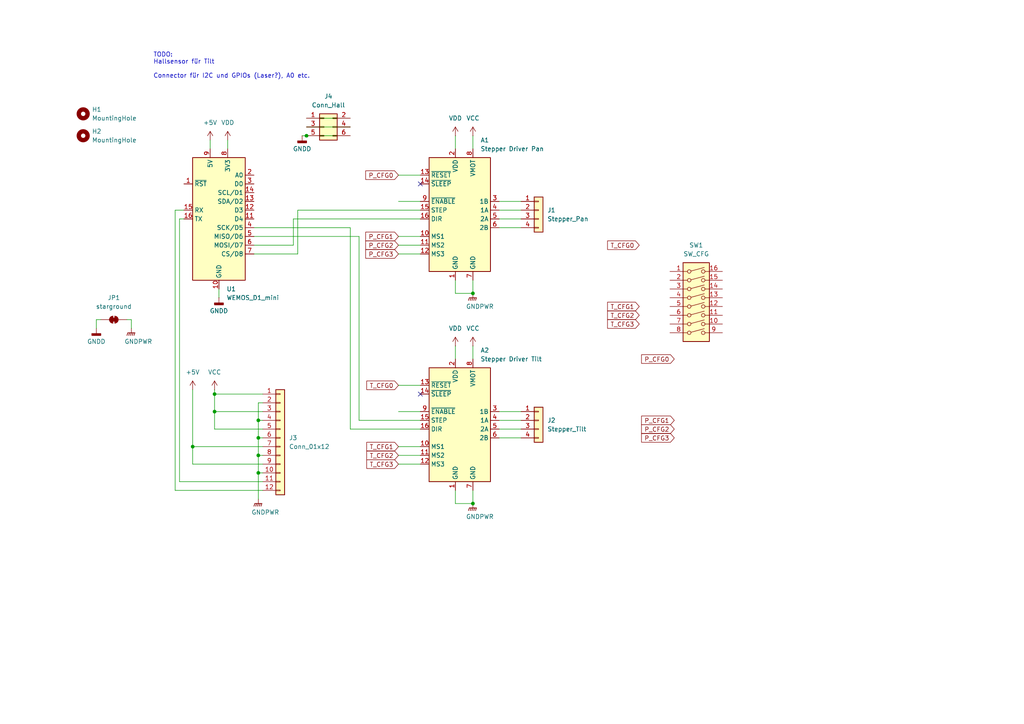
<source format=kicad_sch>
(kicad_sch (version 20231120) (generator "eeschema") (generator_version "8.0")
  (paper "A4")
  (lib_symbols
    (symbol "Connector_Generic:Conn_01x04" (pin_names (offset 1.016) hide)
      (property "Reference" "J" (at 0 5.08 0))
      (property "Value" "Conn_01x04" (at 0 -7.62 0))
      (symbol "Conn_01x04_1_1"
        (rectangle (start -1.27 -4.953) (end 0 -5.207) (stroke (width 0.1524)))
        (rectangle (start -1.27 -2.413) (end 0 -2.667) (stroke (width 0.1524)))
        (rectangle (start -1.27 0.127) (end 0 -0.127) (stroke (width 0.1524)))
        (rectangle (start -1.27 2.667) (end 0 2.413) (stroke (width 0.1524)))
        (rectangle (start -1.27 3.81) (end 1.27 -6.35) (stroke (width 0.254)) (fill (type background)))
        (pin passive line (at -5.08 2.54 0) (length 3.81) (name "Pin_1") (number "1"))
        (pin passive line (at -5.08 0 0) (length 3.81) (name "Pin_2") (number "2"))
        (pin passive line (at -5.08 -2.54 0) (length 3.81) (name "Pin_3") (number "3"))
        (pin passive line (at -5.08 -5.08 0) (length 3.81) (name "Pin_4") (number "4"))
      )
    )
    (symbol "Connector_Generic:Conn_01x12" (pin_names (offset 1.016) hide)
      (property "Reference" "J" (at 0 15.24 0))
      (property "Value" "Conn_01x12" (at 0 -17.78 0))
      (symbol "Conn_01x12_1_1"
        (rectangle (start -1.27 -15.113) (end 0 -15.367) (stroke (width 0.1524)))
        (rectangle (start -1.27 -12.573) (end 0 -12.827) (stroke (width 0.1524)))
        (rectangle (start -1.27 -10.033) (end 0 -10.287) (stroke (width 0.1524)))
        (rectangle (start -1.27 -7.493) (end 0 -7.747) (stroke (width 0.1524)))
        (rectangle (start -1.27 -4.953) (end 0 -5.207) (stroke (width 0.1524)))
        (rectangle (start -1.27 -2.413) (end 0 -2.667) (stroke (width 0.1524)))
        (rectangle (start -1.27 0.127) (end 0 -0.127) (stroke (width 0.1524)))
        (rectangle (start -1.27 2.667) (end 0 2.413) (stroke (width 0.1524)))
        (rectangle (start -1.27 5.207) (end 0 4.953) (stroke (width 0.1524)))
        (rectangle (start -1.27 7.747) (end 0 7.493) (stroke (width 0.1524)))
        (rectangle (start -1.27 10.287) (end 0 10.033) (stroke (width 0.1524)))
        (rectangle (start -1.27 12.827) (end 0 12.573) (stroke (width 0.1524)))
        (rectangle (start -1.27 13.97) (end 1.27 -16.51) (stroke (width 0.254)) (fill (type background)))
        (pin passive line (at -5.08 12.7 0) (length 3.81) (name "Pin_1") (number "1"))
        (pin passive line (at -5.08 -10.16 0) (length 3.81) (name "Pin_10") (number "10"))
        (pin passive line (at -5.08 -12.7 0) (length 3.81) (name "Pin_11") (number "11"))
        (pin passive line (at -5.08 -15.24 0) (length 3.81) (name "Pin_12") (number "12"))
        (pin passive line (at -5.08 10.16 0) (length 3.81) (name "Pin_2") (number "2"))
        (pin passive line (at -5.08 7.62 0) (length 3.81) (name "Pin_3") (number "3"))
        (pin passive line (at -5.08 5.08 0) (length 3.81) (name "Pin_4") (number "4"))
        (pin passive line (at -5.08 2.54 0) (length 3.81) (name "Pin_5") (number "5"))
        (pin passive line (at -5.08 0 0) (length 3.81) (name "Pin_6") (number "6"))
        (pin passive line (at -5.08 -2.54 0) (length 3.81) (name "Pin_7") (number "7"))
        (pin passive line (at -5.08 -5.08 0) (length 3.81) (name "Pin_8") (number "8"))
        (pin passive line (at -5.08 -7.62 0) (length 3.81) (name "Pin_9") (number "9"))
      )
    )
    (symbol "Connector_Generic:Conn_02x03_Odd_Even" (pin_names (offset 1.016) hide)
      (property "Reference" "J" (at 1.27 5.08 0))
      (property "Value" "Conn_02x03_Odd_Even" (at 1.27 -5.08 0))
      (symbol "Conn_02x03_Odd_Even_1_1"
        (rectangle (start -1.27 -2.413) (end 0 -2.667) (stroke (width 0.1524)))
        (rectangle (start -1.27 0.127) (end 0 -0.127) (stroke (width 0.1524)))
        (rectangle (start -1.27 2.667) (end 0 2.413) (stroke (width 0.1524)))
        (rectangle (start -1.27 3.81) (end 3.81 -3.81) (stroke (width 0.254)) (fill (type background)))
        (rectangle (start 3.81 -2.413) (end 2.54 -2.667) (stroke (width 0.1524)))
        (rectangle (start 3.81 0.127) (end 2.54 -0.127) (stroke (width 0.1524)))
        (rectangle (start 3.81 2.667) (end 2.54 2.413) (stroke (width 0.1524)))
        (pin passive line (at -5.08 2.54 0) (length 3.81) (name "Pin_1") (number "1"))
        (pin passive line (at 7.62 2.54 180) (length 3.81) (name "Pin_2") (number "2"))
        (pin passive line (at -5.08 0 0) (length 3.81) (name "Pin_3") (number "3"))
        (pin passive line (at 7.62 0 180) (length 3.81) (name "Pin_4") (number "4"))
        (pin passive line (at -5.08 -2.54 0) (length 3.81) (name "Pin_5") (number "5"))
        (pin passive line (at 7.62 -2.54 180) (length 3.81) (name "Pin_6") (number "6"))
      )
    )
    (symbol "Driver_Motor:Pololu_Breakout_A4988"
      (property "Reference" "A" (at -2.54 19.05 0))
      (property "Value" "Pololu_Breakout_A4988" (at -2.54 16.51 0))
      (symbol "Pololu_Breakout_A4988_0_1"
        (rectangle (start 10.16 -17.78) (end -7.62 15.24) (stroke (width 0.254)) (fill (type background)))
      )
      (symbol "Pololu_Breakout_A4988_1_1"
        (pin power_in line (at 0 -20.32 90) (length 2.54) (name "GND") (number "1"))
        (pin input line (at -10.16 -7.62 0) (length 2.54) (name "MS1") (number "10"))
        (pin input line (at -10.16 -10.16 0) (length 2.54) (name "MS2") (number "11"))
        (pin input line (at -10.16 -12.7 0) (length 2.54) (name "MS3") (number "12"))
        (pin input line (at -10.16 10.16 0) (length 2.54) (name "~{RESET}") (number "13"))
        (pin input line (at -10.16 7.62 0) (length 2.54) (name "~{SLEEP}") (number "14"))
        (pin input line (at -10.16 0 0) (length 2.54) (name "STEP") (number "15"))
        (pin input line (at -10.16 -2.54 0) (length 2.54) (name "DIR") (number "16"))
        (pin power_in line (at 0 17.78 270) (length 2.54) (name "VDD") (number "2"))
        (pin output line (at 12.7 2.54 180) (length 2.54) (name "1B") (number "3"))
        (pin output line (at 12.7 0 180) (length 2.54) (name "1A") (number "4"))
        (pin output line (at 12.7 -2.54 180) (length 2.54) (name "2A") (number "5"))
        (pin output line (at 12.7 -5.08 180) (length 2.54) (name "2B") (number "6"))
        (pin power_in line (at 5.08 -20.32 90) (length 2.54) (name "GND") (number "7"))
        (pin power_in line (at 5.08 17.78 270) (length 2.54) (name "VMOT") (number "8"))
        (pin input line (at -10.16 2.54 0) (length 2.54) (name "~{ENABLE}") (number "9"))
      )
    )
    (symbol "Jumper:SolderJumper_2_Bridged" (pin_numbers hide) (pin_names (offset 0) hide) (exclude_from_sim yes) (in_bom no)
      (property "Reference" "JP" (at 0 2.032 0))
      (property "Value" "SolderJumper_2_Bridged" (at 0 -2.54 0))
      (symbol "SolderJumper_2_Bridged_0_1"
        (rectangle (start -0.508 0.508) (end 0.508 -0.508) (fill (type outline)))
        (arc (start -0.254 1.016) (mid -1.2656 0) (end -0.254 -1.016))
        (arc (start -0.254 1.016) (mid -1.2656 0) (end -0.254 -1.016) (fill (type outline)))
        (polyline (pts (xy -0.254 1.016) (xy -0.254 -1.016)))
        (polyline (pts (xy 0.254 1.016) (xy 0.254 -1.016)))
        (arc (start 0.254 -1.016) (mid 1.2656 0) (end 0.254 1.016))
        (arc (start 0.254 -1.016) (mid 1.2656 0) (end 0.254 1.016) (fill (type outline)))
      )
      (symbol "SolderJumper_2_Bridged_1_1"
        (pin passive line (at -3.81 0 0) (length 2.54) (name "A") (number "1"))
        (pin passive line (at 3.81 0 180) (length 2.54) (name "B") (number "2"))
      )
    )
    (symbol "Mechanical:MountingHole" (pin_names (offset 1.016)) (exclude_from_sim yes) (in_bom no)
      (property "Reference" "H" (at 0 5.08 0))
      (property "Value" "MountingHole" (at 0 3.175 0))
      (symbol "MountingHole_0_1"
        (circle (center 0 0) (radius 1.27) (stroke (width 1.27)))
      )
    )
    (symbol "RF_Module:WEMOS_D1_mini"
      (property "Reference" "U" (at 3.81 19.05 0))
      (property "Value" "WEMOS_D1_mini" (at 1.27 -19.05 0))
      (symbol "WEMOS_D1_mini_1_1"
        (rectangle (start -7.62 17.78) (end 7.62 -17.78) (stroke (width 0.254)) (fill (type background)))
        (pin input line (at -10.16 10.16 0) (length 2.54) (name "~{RST}") (number "1"))
        (pin power_in line (at 0 -20.32 90) (length 2.54) (name "GND") (number "10"))
        (pin bidirectional line (at 10.16 0 180) (length 2.54) (name "D4") (number "11"))
        (pin bidirectional line (at 10.16 2.54 180) (length 2.54) (name "D3") (number "12"))
        (pin bidirectional line (at 10.16 5.08 180) (length 2.54) (name "SDA/D2") (number "13"))
        (pin bidirectional line (at 10.16 7.62 180) (length 2.54) (name "SCL/D1") (number "14"))
        (pin input line (at -10.16 2.54 0) (length 2.54) (name "RX") (number "15"))
        (pin output line (at -10.16 0 0) (length 2.54) (name "TX") (number "16"))
        (pin input line (at 10.16 12.7 180) (length 2.54) (name "A0") (number "2"))
        (pin bidirectional line (at 10.16 10.16 180) (length 2.54) (name "D0") (number "3"))
        (pin bidirectional line (at 10.16 -2.54 180) (length 2.54) (name "SCK/D5") (number "4"))
        (pin bidirectional line (at 10.16 -5.08 180) (length 2.54) (name "MISO/D6") (number "5"))
        (pin bidirectional line (at 10.16 -7.62 180) (length 2.54) (name "MOSI/D7") (number "6"))
        (pin bidirectional line (at 10.16 -10.16 180) (length 2.54) (name "CS/D8") (number "7"))
        (pin power_out line (at 2.54 20.32 270) (length 2.54) (name "3V3") (number "8"))
        (pin power_in line (at -2.54 20.32 270) (length 2.54) (name "5V") (number "9"))
      )
    )
    (symbol "Switch:SW_DIP_x08" (pin_names (offset 0) hide)
      (property "Reference" "SW" (at 0 13.97 0))
      (property "Value" "SW_DIP_x08" (at 0 -11.43 0))
      (symbol "SW_DIP_x08_0_0"
        (circle (center -2.032 -7.62) (radius 0.508))
        (circle (center -2.032 -5.08) (radius 0.508))
        (circle (center -2.032 -2.54) (radius 0.508))
        (circle (center -2.032 0) (radius 0.508))
        (circle (center -2.032 2.54) (radius 0.508))
        (circle (center -2.032 5.08) (radius 0.508))
        (circle (center -2.032 7.62) (radius 0.508))
        (circle (center -2.032 10.16) (radius 0.508))
        (polyline (pts (xy -1.524 -7.4676) (xy 2.3622 -6.4262)))
        (polyline (pts (xy -1.524 -4.9276) (xy 2.3622 -3.8862)))
        (polyline (pts (xy -1.524 -2.3876) (xy 2.3622 -1.3462)))
        (polyline (pts (xy -1.524 0.127) (xy 2.3622 1.1684)))
        (polyline (pts (xy -1.524 2.667) (xy 2.3622 3.7084)))
        (polyline (pts (xy -1.524 5.207) (xy 2.3622 6.2484)))
        (polyline (pts (xy -1.524 7.747) (xy 2.3622 8.7884)))
        (polyline (pts (xy -1.524 10.287) (xy 2.3622 11.3284)))
        (circle (center 2.032 -7.62) (radius 0.508))
        (circle (center 2.032 -5.08) (radius 0.508))
        (circle (center 2.032 -2.54) (radius 0.508))
        (circle (center 2.032 0) (radius 0.508))
        (circle (center 2.032 2.54) (radius 0.508))
        (circle (center 2.032 5.08) (radius 0.508))
        (circle (center 2.032 7.62) (radius 0.508))
        (circle (center 2.032 10.16) (radius 0.508))
      )
      (symbol "SW_DIP_x08_0_1"
        (rectangle (start -3.81 12.7) (end 3.81 -10.16) (stroke (width 0.254)) (fill (type background)))
      )
      (symbol "SW_DIP_x08_1_1"
        (pin passive line (at -7.62 10.16 0) (length 5.08) (name "~") (number "1"))
        (pin passive line (at 7.62 -5.08 180) (length 5.08) (name "~") (number "10"))
        (pin passive line (at 7.62 -2.54 180) (length 5.08) (name "~") (number "11"))
        (pin passive line (at 7.62 0 180) (length 5.08) (name "~") (number "12"))
        (pin passive line (at 7.62 2.54 180) (length 5.08) (name "~") (number "13"))
        (pin passive line (at 7.62 5.08 180) (length 5.08) (name "~") (number "14"))
        (pin passive line (at 7.62 7.62 180) (length 5.08) (name "~") (number "15"))
        (pin passive line (at 7.62 10.16 180) (length 5.08) (name "~") (number "16"))
        (pin passive line (at -7.62 7.62 0) (length 5.08) (name "~") (number "2"))
        (pin passive line (at -7.62 5.08 0) (length 5.08) (name "~") (number "3"))
        (pin passive line (at -7.62 2.54 0) (length 5.08) (name "~") (number "4"))
        (pin passive line (at -7.62 0 0) (length 5.08) (name "~") (number "5"))
        (pin passive line (at -7.62 -2.54 0) (length 5.08) (name "~") (number "6"))
        (pin passive line (at -7.62 -5.08 0) (length 5.08) (name "~") (number "7"))
        (pin passive line (at -7.62 -7.62 0) (length 5.08) (name "~") (number "8"))
        (pin passive line (at 7.62 -7.62 180) (length 5.08) (name "~") (number "9"))
      )
    )
    (symbol "power:+5V" (power) (pin_numbers hide) (pin_names (offset 0) hide)
      (property "Value" "+5V" (at 0 3.556 0))
      (symbol "+5V_0_1"
        (polyline (pts (xy -0.762 1.27) (xy 0 2.54)))
        (polyline (pts (xy 0 0) (xy 0 2.54)))
        (polyline (pts (xy 0 2.54) (xy 0.762 1.27)))
      )
      (symbol "+5V_1_1"
        (pin power_in line (at 0 0 90) (length 0) (name "~") (number "1"))
      )
    )
    (symbol "power:GNDD" (power) (pin_numbers hide) (pin_names (offset 0) hide)
      (property "Value" "GNDD" (at 0 -3.175 0))
      (symbol "GNDD_0_1"
        (rectangle (start -1.27 -1.524) (end 1.27 -2.032) (stroke (width 0.254)) (fill (type outline)))
        (polyline (pts (xy 0 0) (xy 0 -1.524)))
      )
      (symbol "GNDD_1_1"
        (pin power_in line (at 0 0 270) (length 0) (name "~") (number "1"))
      )
    )
    (symbol "power:GNDPWR" (power) (pin_numbers hide) (pin_names (offset 0) hide)
      (property "Value" "GNDPWR" (at 0 -3.302 0))
      (symbol "GNDPWR_0_1"
        (polyline (pts (xy 0 -1.27) (xy 0 0)))
        (polyline (pts (xy -1.016 -1.27) (xy -1.27 -2.032) (xy -1.27 -2.032)) (stroke (width 0.2032)))
        (polyline (pts (xy -0.508 -1.27) (xy -0.762 -2.032) (xy -0.762 -2.032)) (stroke (width 0.2032)))
        (polyline (pts (xy 0 -1.27) (xy -0.254 -2.032) (xy -0.254 -2.032)) (stroke (width 0.2032)))
        (polyline (pts (xy 0.508 -1.27) (xy 0.254 -2.032) (xy 0.254 -2.032)) (stroke (width 0.2032)))
        (polyline (pts (xy 1.016 -1.27) (xy -1.016 -1.27) (xy -1.016 -1.27)) (stroke (width 0.2032)))
        (polyline (pts (xy 1.016 -1.27) (xy 0.762 -2.032) (xy 0.762 -2.032) (xy 0.762 -2.032)) (stroke (width 0.2032)))
      )
      (symbol "GNDPWR_1_1"
        (pin power_in line (at 0 0 270) (length 0) (name "~") (number "1"))
      )
    )
    (symbol "power:VCC" (power) (pin_numbers hide) (pin_names (offset 0) hide)
      (property "Value" "VCC" (at 0 3.556 0))
      (symbol "VCC_0_1"
        (polyline (pts (xy -0.762 1.27) (xy 0 2.54)))
        (polyline (pts (xy 0 0) (xy 0 2.54)))
        (polyline (pts (xy 0 2.54) (xy 0.762 1.27)))
      )
      (symbol "VCC_1_1"
        (pin power_in line (at 0 0 90) (length 0) (name "~") (number "1"))
      )
    )
    (symbol "power:VDD" (power) (pin_numbers hide) (pin_names (offset 0) hide)
      (property "Value" "VDD" (at 0 3.556 0))
      (symbol "VDD_0_1"
        (polyline (pts (xy -0.762 1.27) (xy 0 2.54)))
        (polyline (pts (xy 0 0) (xy 0 2.54)))
        (polyline (pts (xy 0 2.54) (xy 0.762 1.27)))
      )
      (symbol "VDD_1_1"
        (pin power_in line (at 0 0 90) (length 0) (name "~") (number "1"))
      )
    )
  )
  (junction (at 62.23 119.38))
  (junction (at 74.93 121.92))
  (junction (at 74.93 127))
  (junction (at 55.88 129.54))
  (junction (at 62.23 114.3))
  (junction (at 74.93 137.16))
  (junction (at 137.16 85.09))
  (junction (at 74.93 132.08))
  (junction (at 88.9 39.37))
  (junction (at 137.16 146.05))
  (no_connect (at 121.92 53.34))
  (no_connect (at 121.92 114.3))
  (wire (pts (xy 132.08 100.33) (xy 132.08 104.14)))
  (wire (pts (xy 62.23 113.03) (xy 62.23 114.3)))
  (wire (pts (xy 115.57 111.76) (xy 121.92 111.76)))
  (wire (pts (xy 74.93 116.84) (xy 74.93 121.92)))
  (wire (pts (xy 121.92 60.96) (xy 86.36 60.96)))
  (wire (pts (xy 115.57 129.54) (xy 121.92 129.54)))
  (wire (pts (xy 144.78 119.38) (xy 151.13 119.38)))
  (wire (pts (xy 144.78 60.96) (xy 151.13 60.96)))
  (wire (pts (xy 137.16 100.33) (xy 137.16 104.14)))
  (wire (pts (xy 86.36 73.66) (xy 73.66 73.66)))
  (wire (pts (xy 132.08 81.28) (xy 132.08 85.09)))
  (wire (pts (xy 27.94 92.71) (xy 29.21 92.71)))
  (wire (pts (xy 115.57 73.66) (xy 121.92 73.66)))
  (wire (pts (xy 74.93 137.16) (xy 76.2 137.16)))
  (wire (pts (xy 137.16 142.24) (xy 137.16 146.05)))
  (wire (pts (xy 144.78 66.04) (xy 151.13 66.04)))
  (wire (pts (xy 101.6 66.04) (xy 73.66 66.04)))
  (wire (pts (xy 144.78 127) (xy 151.13 127)))
  (wire (pts (xy 74.93 132.08) (xy 76.2 132.08)))
  (wire (pts (xy 52.07 63.5) (xy 52.07 139.7)))
  (wire (pts (xy 88.9 39.37) (xy 101.6 39.37)))
  (wire (pts (xy 76.2 116.84) (xy 74.93 116.84)))
  (wire (pts (xy 62.23 114.3) (xy 76.2 114.3)))
  (wire (pts (xy 101.6 124.46) (xy 101.6 66.04)))
  (wire (pts (xy 115.57 58.42) (xy 121.92 58.42)))
  (wire (pts (xy 132.08 146.05) (xy 137.16 146.05)))
  (wire (pts (xy 137.16 81.28) (xy 137.16 85.09)))
  (wire (pts (xy 55.88 113.03) (xy 55.88 129.54)))
  (wire (pts (xy 53.34 63.5) (xy 52.07 63.5)))
  (wire (pts (xy 144.78 121.92) (xy 151.13 121.92)))
  (wire (pts (xy 74.93 132.08) (xy 74.93 137.16)))
  (wire (pts (xy 73.66 71.12) (xy 85.09 71.12)))
  (wire (pts (xy 132.08 142.24) (xy 132.08 146.05)))
  (wire (pts (xy 115.57 71.12) (xy 121.92 71.12)))
  (wire (pts (xy 38.1 92.71) (xy 38.1 95.25)))
  (wire (pts (xy 55.88 129.54) (xy 76.2 129.54)))
  (wire (pts (xy 132.08 39.37) (xy 132.08 43.18)))
  (wire (pts (xy 76.2 124.46) (xy 62.23 124.46)))
  (wire (pts (xy 121.92 124.46) (xy 101.6 124.46)))
  (wire (pts (xy 55.88 134.62) (xy 76.2 134.62)))
  (wire (pts (xy 36.83 92.71) (xy 38.1 92.71)))
  (wire (pts (xy 137.16 39.37) (xy 137.16 43.18)))
  (wire (pts (xy 85.09 63.5) (xy 121.92 63.5)))
  (wire (pts (xy 27.94 95.25) (xy 27.94 92.71)))
  (wire (pts (xy 104.14 121.92) (xy 121.92 121.92)))
  (wire (pts (xy 85.09 71.12) (xy 85.09 63.5)))
  (wire (pts (xy 87.63 39.37) (xy 88.9 39.37)))
  (wire (pts (xy 115.57 119.38) (xy 121.92 119.38)))
  (wire (pts (xy 50.8 60.96) (xy 53.34 60.96)))
  (wire (pts (xy 115.57 134.62) (xy 121.92 134.62)))
  (wire (pts (xy 66.04 40.64) (xy 66.04 43.18)))
  (wire (pts (xy 74.93 121.92) (xy 76.2 121.92)))
  (wire (pts (xy 88.9 36.83) (xy 101.6 36.83)))
  (wire (pts (xy 144.78 63.5) (xy 151.13 63.5)))
  (wire (pts (xy 55.88 129.54) (xy 55.88 134.62)))
  (wire (pts (xy 52.07 139.7) (xy 76.2 139.7)))
  (wire (pts (xy 62.23 124.46) (xy 62.23 119.38)))
  (wire (pts (xy 115.57 50.8) (xy 121.92 50.8)))
  (wire (pts (xy 63.5 83.82) (xy 63.5 86.36)))
  (wire (pts (xy 74.93 137.16) (xy 74.93 144.78)))
  (wire (pts (xy 50.8 142.24) (xy 50.8 60.96)))
  (wire (pts (xy 74.93 127) (xy 74.93 132.08)))
  (wire (pts (xy 62.23 119.38) (xy 62.23 114.3)))
  (wire (pts (xy 86.36 60.96) (xy 86.36 73.66)))
  (wire (pts (xy 104.14 68.58) (xy 104.14 121.92)))
  (wire (pts (xy 115.57 68.58) (xy 121.92 68.58)))
  (wire (pts (xy 74.93 127) (xy 76.2 127)))
  (wire (pts (xy 144.78 58.42) (xy 151.13 58.42)))
  (wire (pts (xy 88.9 34.29) (xy 101.6 34.29)))
  (wire (pts (xy 73.66 68.58) (xy 104.14 68.58)))
  (wire (pts (xy 60.96 40.64) (xy 60.96 43.18)))
  (wire (pts (xy 62.23 119.38) (xy 76.2 119.38)))
  (wire (pts (xy 76.2 142.24) (xy 50.8 142.24)))
  (wire (pts (xy 74.93 121.92) (xy 74.93 127)))
  (wire (pts (xy 132.08 85.09) (xy 137.16 85.09)))
  (wire (pts (xy 115.57 132.08) (xy 121.92 132.08)))
  (wire (pts (xy 144.78 124.46) (xy 151.13 124.46)))
  (text "TODO:\nHallsensor für Tilt\n\nConnector für I2C und GPIOs (Laser?), A0 etc." (at 44.45 19.05 0) (effects (font (size 1.27 1.27)) (justify left)))
  (global_label "T_CFG3" (shape input) (at 185.42 93.98 180) (property "Intersheetrefs" "${INTERSHEET_REFS}" (effects (hide yes))))
  (global_label "P_CFG1" (shape input) (at 115.57 68.58 180) (property "Intersheetrefs" "${INTERSHEET_REFS}" (effects (hide yes))))
  (global_label "P_CFG0" (shape input) (at 195.58 104.14 180) (property "Intersheetrefs" "${INTERSHEET_REFS}" (effects (hide yes))))
  (global_label "P_CFG3" (shape input) (at 115.57 73.66 180) (property "Intersheetrefs" "${INTERSHEET_REFS}" (effects (hide yes))))
  (global_label "T_CFG2" (shape input) (at 185.42 91.44 180) (property "Intersheetrefs" "${INTERSHEET_REFS}" (effects (hide yes))))
  (global_label "P_CFG3" (shape input) (at 195.58 127 180) (property "Intersheetrefs" "${INTERSHEET_REFS}" (effects (hide yes))))
  (global_label "T_CFG2" (shape input) (at 115.57 132.08 180) (property "Intersheetrefs" "${INTERSHEET_REFS}" (effects (hide yes))))
  (global_label "T_CFG0" (shape input) (at 115.57 111.76 180) (property "Intersheetrefs" "${INTERSHEET_REFS}" (effects (hide yes))))
  (global_label "T_CFG1" (shape input) (at 185.42 88.9 180) (property "Intersheetrefs" "${INTERSHEET_REFS}" (effects (hide yes))))
  (global_label "T_CFG0" (shape input) (at 185.42 71.12 180) (property "Intersheetrefs" "${INTERSHEET_REFS}" (effects (hide yes))))
  (global_label "P_CFG1" (shape input) (at 195.58 121.92 180) (property "Intersheetrefs" "${INTERSHEET_REFS}" (effects (hide yes))))
  (global_label "T_CFG3" (shape input) (at 115.57 134.62 180) (property "Intersheetrefs" "${INTERSHEET_REFS}" (effects (hide yes))))
  (global_label "T_CFG1" (shape input) (at 115.57 129.54 180) (property "Intersheetrefs" "${INTERSHEET_REFS}" (effects (hide yes))))
  (global_label "P_CFG2" (shape input) (at 115.57 71.12 180) (property "Intersheetrefs" "${INTERSHEET_REFS}" (effects (hide yes))))
  (global_label "P_CFG0" (shape input) (at 115.57 50.8 180) (property "Intersheetrefs" "${INTERSHEET_REFS}" (effects (hide yes))))
  (global_label "P_CFG2" (shape input) (at 195.58 124.46 180) (property "Intersheetrefs" "${INTERSHEET_REFS}" (effects (hide yes))))
  (symbol (lib_id "power:VDD") (at 132.08 39.37 0) (unit 1)
    (property "Reference" "#PWR06" (effects (hide yes)))
    (property "Value" "VDD" (at 132.08 34.29 0))
    (property "Description" "Power symbol creates a global label with name \"VDD\"" (effects (hide yes)))
  )
  (symbol (lib_id "power:GNDPWR") (at 137.16 146.05 0) (unit 1)
    (property "Reference" "#PWR010" (effects (hide yes)))
    (property "Value" "GNDPWR" (at 139.192 149.86 0))
    (property "Description" "Power symbol creates a global label with name \"GNDPWR\" , global ground" (effects (hide yes)))
  )
  (symbol (lib_id "power:VDD") (at 66.04 40.64 0) (unit 1)
    (property "Reference" "#PWR05" (effects (hide yes)))
    (property "Value" "VDD" (at 66.04 35.56 0))
    (property "Description" "Power symbol creates a global label with name \"VDD\"" (effects (hide yes)))
  )
  (symbol (lib_id "Connector_Generic:Conn_01x04") (at 156.21 121.92 0) (unit 1)
    (property "Reference" "J2" (at 158.75 121.9199 0) (effects (justify left)))
    (property "Value" "Stepper_Tilt" (at 158.75 124.4599 0) (effects (justify left)))
    (property "Footprint" "Connector_Molex:Molex_PicoBlade_53261-0471_1x04-1MP_P1.25mm_Horizontal" (effects (hide yes)))
    (property "Description" "Generic connector, single row, 01x04, script generated (kicad-library-utils/schlib/autogen/connector/)" (effects (hide yes)))
  )
  (symbol (lib_id "Mechanical:MountingHole") (at 24.13 33.02 0) (unit 1) (exclude_from_sim yes) (in_bom no)
    (property "Reference" "H1" (at 26.67 31.7499 0) (effects (justify left)))
    (property "Value" "MountingHole" (at 26.67 34.2899 0) (effects (justify left)))
    (property "Footprint" "MountingHole:MountingHole_3.2mm_M3" (effects (hide yes)))
    (property "Description" "Mounting Hole without connection" (effects (hide yes)))
  )
  (symbol (lib_id "power:GNDD") (at 87.63 39.37 0) (unit 1)
    (property "Reference" "#PWR011" (effects (hide yes)))
    (property "Value" "GNDD" (at 87.63 43.18 0))
    (property "Description" "Power symbol creates a global label with name \"GNDD\" , digital ground" (effects (hide yes)))
  )
  (symbol (lib_id "Connector_Generic:Conn_01x12") (at 81.28 127 0) (unit 1)
    (property "Reference" "J3" (at 83.82 126.9999 0) (effects (justify left)))
    (property "Value" "Conn_01x12" (at 83.82 129.5399 0) (effects (justify left)))
    (property "Footprint" "Connector_Molex:Molex_PicoBlade_53261-1271_1x12-1MP_P1.25mm_Horizontal" (effects (hide yes)))
    (property "Description" "Generic connector, single row, 01x12, script generated (kicad-library-utils/schlib/autogen/connector/)" (effects (hide yes)))
  )
  (symbol (lib_id "Driver_Motor:Pololu_Breakout_A4988") (at 132.08 121.92 0) (unit 1)
    (property "Reference" "A2" (at 139.3541 101.6 0) (effects (justify left)))
    (property "Value" "Stepper Driver Tilt" (at 139.3541 104.14 0) (effects (justify left)))
    (property "Footprint" "Module:Pololu_Breakout-16_15.2x20.3mm" (effects (hide yes)))
    (property "Datasheet" "https://www.pololu.com/product/2980/pictures" (effects (hide yes)))
    (property "Description" "Pololu Breakout Board, Stepper Driver A4988" (effects (hide yes)))
  )
  (symbol (lib_id "power:+5V") (at 55.88 113.03 0) (unit 1)
    (property "Reference" "#PWR012" (effects (hide yes)))
    (property "Value" "+5V" (at 55.88 107.95 0))
    (property "Description" "Power symbol creates a global label with name \"+5V\"" (effects (hide yes)))
  )
  (symbol (lib_id "power:+5V") (at 60.96 40.64 0) (unit 1)
    (property "Reference" "#PWR04" (effects (hide yes)))
    (property "Value" "+5V" (at 60.96 35.56 0))
    (property "Description" "Power symbol creates a global label with name \"+5V\"" (effects (hide yes)))
  )
  (symbol (lib_id "power:VCC") (at 137.16 39.37 0) (unit 1)
    (property "Reference" "#PWR07" (effects (hide yes)))
    (property "Value" "VCC" (at 137.16 34.29 0))
    (property "Description" "Power symbol creates a global label with name \"VCC\"" (effects (hide yes)))
  )
  (symbol (lib_id "power:VCC") (at 62.23 113.03 0) (unit 1)
    (property "Reference" "#PWR08" (effects (hide yes)))
    (property "Value" "VCC" (at 62.23 107.95 0))
    (property "Description" "Power symbol creates a global label with name \"VCC\"" (effects (hide yes)))
  )
  (symbol (lib_id "Connector_Generic:Conn_01x04") (at 156.21 60.96 0) (unit 1)
    (property "Reference" "J1" (at 158.75 60.9599 0) (effects (justify left)))
    (property "Value" "Stepper_Pan" (at 158.75 63.4999 0) (effects (justify left)))
    (property "Footprint" "Connector_Molex:Molex_PicoBlade_53261-0471_1x04-1MP_P1.25mm_Horizontal" (effects (hide yes)))
    (property "Description" "Generic connector, single row, 01x04, script generated (kicad-library-utils/schlib/autogen/connector/)" (effects (hide yes)))
  )
  (symbol (lib_id "Connector_Generic:Conn_02x03_Odd_Even") (at 93.98 36.83 0) (unit 1)
    (property "Reference" "J4" (at 95.25 27.94 0))
    (property "Value" "Conn_Hall" (at 95.25 30.48 0))
    (property "Footprint" "Connector_PinSocket_2.54mm:PinSocket_2x03_P2.54mm_Vertical" (effects (hide yes)))
    (property "Description" "Generic connector, double row, 02x03, odd/even pin numbering scheme (row 1 odd numbers, row 2 even numbers), script generated (kicad-library-utils/schlib/autogen/connector/)" (effects (hide yes)))
  )
  (symbol (lib_id "RF_Module:WEMOS_D1_mini") (at 63.5 63.5 0) (unit 1)
    (property "Reference" "U1" (at 65.6941 83.82 0) (effects (justify left)))
    (property "Value" "WEMOS_D1_mini" (at 65.6941 86.36 0) (effects (justify left)))
    (property "Footprint" "RF_Module:WEMOS_D1_mini_light" (effects (hide yes)))
    (property "Datasheet" "https://wiki.wemos.cc/products:d1:d1_mini#documentation" (effects (hide yes)))
    (property "Description" "32-bit microcontroller module with WiFi" (effects (hide yes)))
  )
  (symbol (lib_id "power:GNDPWR") (at 74.93 144.78 0) (unit 1)
    (property "Reference" "#PWR014" (effects (hide yes)))
    (property "Value" "GNDPWR" (at 76.962 148.59 0))
    (property "Description" "Power symbol creates a global label with name \"GNDPWR\" , global ground" (effects (hide yes)))
  )
  (symbol (lib_id "Jumper:SolderJumper_2_Bridged") (at 33.02 92.71 0) (unit 1) (exclude_from_sim yes) (in_bom no)
    (property "Reference" "JP1" (at 33.02 86.36 0))
    (property "Value" "starground" (at 33.02 88.9 0))
    (property "Description" "Solder Jumper, 2-pole, closed/bridged" (effects (hide yes)))
  )
  (symbol (lib_id "power:GNDPWR") (at 137.16 85.09 0) (unit 1)
    (property "Reference" "#PWR03" (effects (hide yes)))
    (property "Value" "GNDPWR" (at 139.192 88.9 0))
    (property "Description" "Power symbol creates a global label with name \"GNDPWR\" , global ground" (effects (hide yes)))
  )
  (symbol (lib_id "Switch:SW_DIP_x08") (at 201.93 88.9 0) (unit 1)
    (property "Reference" "SW1" (at 201.93 71.12 0))
    (property "Value" "SW_CFG" (at 201.93 73.66 0))
    (property "Footprint" "Button_Switch_SMD:DIP_Switch_8_2.54_wide" (effects (hide yes)))
    (property "Description" "8x DIP Switch, Single Pole Single Throw (SPST) switch, small symbol" (effects (hide yes)))
  )
  (symbol (lib_id "power:VDD") (at 132.08 100.33 0) (unit 1)
    (property "Reference" "#PWR02" (effects (hide yes)))
    (property "Value" "VDD" (at 132.08 95.25 0))
    (property "Description" "Power symbol creates a global label with name \"VDD\"" (effects (hide yes)))
  )
  (symbol (lib_id "power:GNDPWR") (at 38.1 95.25 0) (unit 1)
    (property "Reference" "#PWR015" (effects (hide yes)))
    (property "Value" "GNDPWR" (at 40.132 99.06 0))
    (property "Description" "Power symbol creates a global label with name \"GNDPWR\" , global ground" (effects (hide yes)))
  )
  (symbol (lib_id "Mechanical:MountingHole") (at 24.13 39.37 0) (unit 1) (exclude_from_sim yes) (in_bom no)
    (property "Reference" "H2" (at 26.67 38.0999 0) (effects (justify left)))
    (property "Value" "MountingHole" (at 26.67 40.6399 0) (effects (justify left)))
    (property "Footprint" "MountingHole:MountingHole_3.2mm_M3" (effects (hide yes)))
    (property "Description" "Mounting Hole without connection" (effects (hide yes)))
  )
  (symbol (lib_id "Driver_Motor:Pololu_Breakout_A4988") (at 132.08 60.96 0) (unit 1)
    (property "Reference" "A1" (at 139.3541 40.64 0) (effects (justify left)))
    (property "Value" "Stepper Driver Pan" (at 139.3541 43.18 0) (effects (justify left)))
    (property "Footprint" "Module:Pololu_Breakout-16_15.2x20.3mm" (effects (hide yes)))
    (property "Datasheet" "https://www.pololu.com/product/2980/pictures" (effects (hide yes)))
    (property "Description" "Pololu Breakout Board, Stepper Driver A4988" (effects (hide yes)))
  )
  (symbol (lib_id "power:GNDD") (at 27.94 95.25 0) (unit 1)
    (property "Reference" "#PWR013" (effects (hide yes)))
    (property "Value" "GNDD" (at 27.94 99.06 0))
    (property "Description" "Power symbol creates a global label with name \"GNDD\" , digital ground" (effects (hide yes)))
  )
  (symbol (lib_id "power:GNDD") (at 63.5 86.36 0) (unit 1)
    (property "Reference" "#PWR01" (effects (hide yes)))
    (property "Value" "GNDD" (at 63.5 90.17 0))
    (property "Description" "Power symbol creates a global label with name \"GNDD\" , digital ground" (effects (hide yes)))
  )
  (symbol (lib_id "power:VCC") (at 137.16 100.33 0) (unit 1)
    (property "Reference" "#PWR09" (effects (hide yes)))
    (property "Value" "VCC" (at 137.16 95.25 0))
    (property "Description" "Power symbol creates a global label with name \"VCC\"" (effects (hide yes)))
  )
)
</source>
